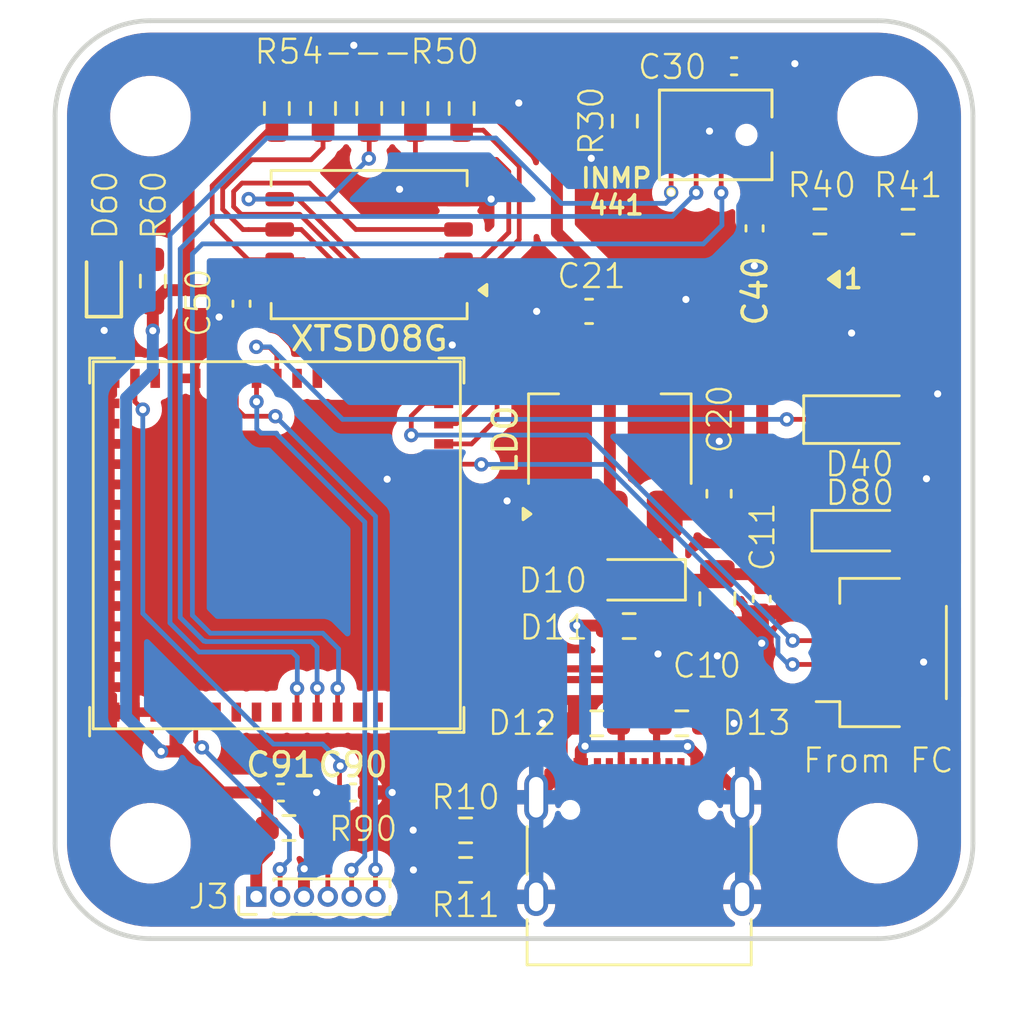
<source format=kicad_pcb>
(kicad_pcb (version 20241229) (generator "pcbnew") (generator_version "9.0")
  (layers (0 "F.Cu" signal) (2 "B.Cu" signal) (13 "F.Paste" user) (15 "B.Paste" user) (5 "F.SilkS" user "F.Silkscreen") (7 "B.SilkS" user "B.Silkscreen") (1 "F.Mask" user) (3 "B.Mask" user) (25 "Edge.Cuts" user))
  (net 0 "")
  (net 1 "GND")
  (net 2 "+5V")
  (net 3 "+3V3")
  (net 4 "EN")
  (net 6 "Net-(D6-DIN)")
  (net 7 "VBUS")
  (net 8 "USB_D-")
  (net 9 "USB_D+")
  (net 10 "RGB_CTRL")
  (net 11 "Net-(D40-A)")
  (net 12 "Net-(D60-Pad2)")
  (net 13 "Net-(D80-A)")
  (net 15 "Net-(J1-CC1)")
  (net 16 "Net-(J1-CC2)")
  (net 18 "ENABLE")
  (net 19 "RECORD")
  (net 20 "U0RXD")
  (net 21 "U0TXD")
  (net 22 "GPIO0{slash}BOOT")
  (net 23 "I2S_SD")
  (net 24 "SDIO_DATA_2")
  (net 25 "SDIO_DATA_3")
  (net 26 "SDIO_CMD")
  (net 27 "SDIO_DATA_0")
  (net 28 "SDIO_DATA_1")
  (net 41 "I2S_WS")
  (net 42 "SDIO_CLK")
  (net 45 "I2S_SCK")
  (footprint "Resistor_SMD:R_0603_1608Metric_Pad0.98x0.95mm_HandSolder" (layer "F.Cu") (at 172.31 84.86)
    (property "Reference" "R90")
    (property "Value" "10 kΩ")
  )
  (footprint "Resistor_SMD:R_0603_1608Metric_Pad0.98x0.95mm_HandSolder" (layer "F.Cu") (at 185.22 80.47)
    (property "Reference" "D12")
    (property "Value" "~")
  )
  (footprint "MountingHole:MountingHole_3.2mm_M3" (layer "F.Cu") (at 166.5 55)
    (property "Reference" "H1" (hide yes))
    (property "Value" "MountingHole")
  )
  (footprint "Capacitor_SMD:C_0402_1005Metric_Pad0.74x0.62mm_HandSolder" (layer "F.Cu") (at 191.84 59.71 -90)
    (property "Reference" "C40")
    (property "Value" "100nF/10V/X7R")
  )
  (footprint "Resistor_SMD:R_0603_1608Metric_Pad0.98x0.95mm_HandSolder" (layer "F.Cu") (at 194.58 59.42 180)
    (property "Reference" "R40")
    (property "Value" "4.7kΩ")
  )
  (footprint "Resistor_SMD:R_0603_1608Metric_Pad0.98x0.95mm_HandSolder" (layer "F.Cu") (at 179.5525 54.68 -90)
    (property "Reference" "R50")
    (property "Value" "10kΩ")
  )
  (footprint "Resistor_SMD:R_0603_1608Metric_Pad0.98x0.95mm_HandSolder" (layer "F.Cu") (at 186.58 76.39 180)
    (property "Reference" "D11")
    (property "Value" "~")
  )
  (footprint "Capacitor_SMD:C_0603_1608Metric_Pad1.08x0.95mm_HandSolder" (layer "F.Cu") (at 184.9 63.19 180)
    (property "Reference" "C21")
    (property "Value" "10uF/16V/X7R")
  )
  (footprint "Capacitor_SMD:C_0402_1005Metric_Pad0.74x0.62mm_HandSolder" (layer "F.Cu") (at 171.97 83.37)
    (property "Reference" "C91")
    (property "Value" "100nF/10V/X7R")
  )
  (footprint "Resistor_SMD:R_0603_1608Metric_Pad0.98x0.95mm_HandSolder" (layer "F.Cu") (at 177.615 54.68 -90)
    (property "Reference" "R51" (hide yes))
    (property "Value" "~")
  )
  (footprint "Connector_JST:JST_SH_SM04B-SRSS-TB_1x04-1MP_P1.00mm_Horizontal" (layer "F.Cu") (at 197.2 77.5 90)
    (property "Reference" "J2" (hide yes))
    (property "Value" "Conn_01x04")
  )
  (footprint "PCM_JLCPCB:LED_WS2812B_PLCC4_5.0x5.0mm_P3.2mm" (layer "F.Cu") (at 196.5 63.5)
    (property "Reference" "D6" (hide yes))
    (property "Value" "WS2812B")
  )
  (footprint "MountingHole:MountingHole_3.2mm_M3" (layer "F.Cu") (at 197 85.5)
    (property "Reference" "From FC")
    (property "Value" "MountingHole")
  )
  (footprint "Resistor_SMD:R_0603_1608Metric_Pad0.98x0.95mm_HandSolder" (layer "F.Cu") (at 166.6 61.9225 -90)
    (property "Reference" "R60")
    (property "Value" "1kΩ")
  )
  (footprint "Connector_PinHeader_1.00mm:PinHeader_1x06_P1.00mm_Vertical" (layer "F.Cu") (at 170.94 87.74 90)
    (property "Reference" "J3")
    (property "Value" "Conn_01x06")
  )
  (footprint "Package_LGA:LGA-8_8x6mm_P1.27mm" (layer "F.Cu") (at 175.6725 60.39 180)
    (property "Reference" "XTSD08G")
    (property "Value" "XTSD08G")
  )
  (footprint "MountingHole:MountingHole_3.2mm_M3" (layer "F.Cu") (at 166.5 85.5)
    (property "Reference" "H1" (hide yes))
    (property "Value" "MountingHole")
  )
  (footprint "PCM_JLCPCB:D_0603" (layer "F.Cu") (at 164.55 61.9225 90)
    (property "Reference" "D60" (hide yes))
    (property "Value" "Red")
  )
  (footprint "Capacitor_SMD:C_0805_2012Metric_Pad1.18x1.45mm_HandSolder" (layer "F.Cu") (at 190.28 75.25 -90)
    (property "Reference" "C10")
    (property "Value" "10uF/16V/X7R")
  )
  (footprint "PCM_Espressif:ESP32-S3-MINI-1U" (layer "F.Cu") (at 171.8 73 90)
    (property "Reference" "U1" (hide yes))
    (property "Value" "ESP32-S3-MINI-1U")
  )
  (footprint "Capacitor_SMD:C_0603_1608Metric_Pad1.08x0.95mm_HandSolder" (layer "F.Cu") (at 190.35 70.84 90)
    (property "Reference" "C20")
    (property "Value" "1uF/16V/X7R")
  )
  (footprint "Resistor_SMD:R_0603_1608Metric_Pad0.98x0.95mm_HandSolder" (layer "F.Cu") (at 188.79 80.47 180)
    (property "Reference" "D13")
    (property "Value" "~")
  )
  (footprint "Capacitor_SMD:C_0402_1005Metric_Pad0.74x0.62mm_HandSolder" (layer "F.Cu") (at 192.14 75.25 -90)
    (property "Reference" "C11")
    (property "Value" "100nF/16V/X7R")
  )
  (footprint "Resistor_SMD:R_0603_1608Metric_Pad0.98x0.95mm_HandSolder" (layer "F.Cu") (at 179.72 84.96)
    (property "Reference" "R10")
    (property "Value" "5.1kΩ")
  )
  (footprint "Diode_SMD:D_SOD-123" (layer "F.Cu") (at 196.26 67.73)
    (property "Reference" "D40")
    (property "Value" "1N4148W")
  )
  (footprint "Resistor_SMD:R_0603_1608Metric_Pad0.98x0.95mm_HandSolder" (layer "F.Cu") (at 173.74 54.68 -90)
    (property "Reference" "R53" (hide yes))
    (property "Value" "~")
  )
  (footprint "Diode_SMD:D_SOD-323_HandSoldering" (layer "F.Cu") (at 196.26 72.39)
    (property "Reference" "D80")
    (property "Value" "B5819")
  )
  (footprint "FPVSoundLogger_HW:MIC_INMP441ACEZ-R7" (layer "F.Cu") (at 190.21 55.7875 180)
    (property "Reference" "INMP")
    (property "Value" "INMP441/IVENSENSE-I2S")
  )
  (footprint "Package_TO_SOT_SMD:SOT-223-3_TabPin2" (layer "F.Cu") (at 185.77 68.56 90)
    (property "Reference" "LDO")
    (property "Value" "AMS1117-3.3")
  )
  (footprint "Capacitor_SMD:C_0402_1005Metric_Pad0.74x0.62mm_HandSolder" (layer "F.Cu") (at 190.98 52.91)
    (property "Reference" "C30")
    (property "Value" "100nF/10V/X7R")
  )
  (footprint "Capacitor_SMD:C_0402_1005Metric_Pad0.74x0.62mm_HandSolder" (layer "F.Cu") (at 175 83.37)
    (property "Reference" "C90")
    (property "Value" "100nF/10V/X7R")
  )
  (footprint "Resistor_SMD:R_0603_1608Metric_Pad0.98x0.95mm_HandSolder" (layer "F.Cu") (at 171.8025 54.68 -90)
    (property "Reference" "R54")
    (property "Value" "~")
  )
  (footprint "Resistor_SMD:R_0603_1608Metric_Pad0.98x0.95mm_HandSolder" (layer "F.Cu") (at 179.72 86.62)
    (property "Reference" "R11")
    (property "Value" "5.1kΩ")
  )
  (footprint "Capacitor_SMD:C_0402_1005Metric_Pad0.74x0.62mm_HandSolder" (layer "F.Cu") (at 170.32 62.87 -90)
    (property "Reference" "C50")
    (property "Value" "100nF/10V/X7R")
  )
  (footprint "Connector_USB:USB_C_Receptacle_HRO_TYPE-C-31-M-12" (layer "F.Cu") (at 187 86.7)
    (property "Reference" "J1" (hide yes))
    (property "Value" "USB_C_Receptacle_USB2.0_16P")
  )
  (footprint "Resistor_SMD:R_0603_1608Metric_Pad0.98x0.95mm_HandSolder" (layer "F.Cu") (at 198.28 59.43)
    (property "Reference" "R41")
    (property "Value" "0R")
  )
  (footprint "Resistor_SMD:R_0603_1608Metric_Pad0.98x0.95mm_HandSolder" (layer "F.Cu") (at 186.4 55.21 90)
    (property "Reference" "R30")
    (property "Value" "100kΩ")
  )
  (footprint "Diode_SMD:D_SOD-323_HandSoldering" (layer "F.Cu") (at 186.93 74.45 180)
    (property "Reference" "D10")
    (property "Value" "B5819")
  )
  (footprint "MountingHole:MountingHole_3.2mm_M3" (layer "F.Cu") (at 197 55)
    (property "Reference" "H1" (hide yes))
    (property "Value" "MountingHole")
  )
  (footprint "Resistor_SMD:R_0603_1608Metric_Pad0.98x0.95mm_HandSolder" (layer "F.Cu") (at 175.6775 54.68 -90)
    (property "Reference" "R52" (hide yes))
    (property "Value" "~")
  )
  (gr_line (start 162.5 85.5) (end 162.5 55) (stroke (width 0.2)) (layer "Edge.Cuts"))
  (gr_line (start 201 55) (end 201 85.5) (stroke (width 0.2)) (layer "Edge.Cuts"))
  (gr_arc (start 201 85.5) (mid 199.828427 88.328427) (end 197 89.5) (stroke (width 0.2)) (layer "Edge.Cuts"))
  (gr_line (start 166.5 51) (end 197 51) (stroke (width 0.2)) (layer "Edge.Cuts"))
  (gr_line (start 197 89.5) (end 166.5 89.5) (stroke (width 0.2)) (layer "Edge.Cuts"))
  (gr_arc (start 162.5 55) (mid 163.671573 52.171573) (end 166.5 51) (stroke (width 0.2)) (layer "Edge.Cuts"))
  (gr_arc (start 166.5 89.5) (mid 163.671573 88.328427) (end 162.5 85.5) (stroke (width 0.2)) (layer "Edge.Cuts"))
  (gr_arc (start 197 51) (mid 199.828427 52.171573) (end 201 55) (stroke (width 0.2)) (layer "Edge.Cuts"))
  (gr_text "D60" (at 164.6 58.7325 90) (layer "F.SilkS") (effects (font (size 1 1) (thickness 0.1))))
  (gr_text "---" (at 175.63 52.3 0) (layer "F.SilkS") (effects (font (size 1 1) (thickness 0.1))))
  (gr_text "441" (at 186.04 58.74 0) (layer "F.SilkS") (effects (font (size 0.8 0.8))))
  (segment (start 195.0175 75.8175) (end 195.2 76) (width 0.5) (layer "F.Cu") (net 1))
  (segment (start 187.4925 77.2625) (end 187.79 77.56) (width 0.5) (layer "F.Cu") (net 1))
  (segment (start 192.82 56.47) (end 192.1725 57.1175) (width 0.5) (layer "F.Cu") (net 1))
  (segment (start 191.4975 54.45) (end 192.23 54.45) (width 0.5) (layer "F.Cu") (net 1))
  (segment (start 190.28 76.2875) (end 190.28 77.64) (width 0.5) (layer "F.Cu") (net 1))
  (segment (start 175.5675 83.37) (end 176.64 83.37) (width 0.5) (layer "F.Cu") (net 1))
  (segment (start 190.405 82.655) (end 191.32 83.57) (width 0.5) (layer "F.Cu") (net 1))
  (segment (start 190.1775 76.39) (end 190.28 76.2875) (width 0.5) (layer "F.Cu") (net 1))
  (segment (start 183.75 81.0275) (end 184.3075 80.47) (width 0.5) (layer "F.Cu") (net 1))
  (segment (start 178.8075 84.96) (end 177.53 84.96) (width 0.5) (layer "F.Cu") (net 1))
  (segment (start 172.94 87.74) (end 172.94 86.58) (width 0.5) (layer "F.Cu") (net 1))
  (segment (start 180.785 58.485) (end 180.79 58.48) (width 0.5) (layer "F.Cu") (net 1))
  (segment (start 179.4225 58.485) (end 180.785 58.485) (width 0.5) (layer "F.Cu") (net 1))
  (segment (start 187.4925 76.39) (end 187.4925 77.2625) (width 0.5) (layer "F.Cu") (net 1))
  (segment (start 183.595 82.655) (end 182.68 83.57) (width 0.5) (layer "F.Cu") (net 1))
  (segment (start 191.84 61.27) (end 191.83 61.28) (width 0.5) (layer "F.Cu") (net 1))
  (segment (start 191.49 54.4575) (end 191.4975 54.45) (width 0.5) (layer "F.Cu") (net 1))
  (segment (start 190.35 69.9775) (end 190.35 68.65) (width 0.5) (layer "F.Cu") (net 1))
  (segment (start 182.03 71.71) (end 181.46 71.14) (width 0.5) (layer "F.Cu") (net 1))
  (segment (start 172.94 86.58) (end 172.95 86.57) (width 0.5) (layer "F.Cu") (net 1))
  (segment (start 192.82 55.78) (end 192.216 55.78) (width 0.5) (layer "F.Cu") (net 1))
  (segment (start 192.1725 57.1175) (end 191.49 57.1175) (width 0.5) (layer "F.Cu") (net 1))
  (segment (start 177.53 84.96) (end 177.52 84.95) (width 0.5) (layer "F.Cu") (net 1))
  (segment (start 191.67 76.2875) (end 192.14 75.8175) (width 0.5) (layer "F.Cu") (net 1))
  (segment (start 188.34 54.4575) (end 186.56 54.4575) (width 0.5) (layer "F.Cu") (net 1))
  (segment (start 172.5375 83.37) (end 173.47 83.37) (width 0.5) (layer "F.Cu") (net 1))
  (segment (start 192.82 55.04) (end 192.82 55.78) (width 0.5) (layer "F.Cu") (net 1))
  (segment (start 190.25 81.0175) (end 189.7025 80.47) (width 0.5) (layer "F.Cu") (net 1))
  (segment (start 199.52 65.72) (end 199.52 66.65) (width 0.5) (layer "F.Cu") (net 1))
  (segment (start 190.25 82.655) (end 190.25 81.0175) (width 0.5) (layer "F.Cu") (net 1))
  (segment (start 192.14 75.8175) (end 192.14 77.11) (width 0.5) (layer "F.Cu") (net 1))
  (segment (start 184.3075 80.47) (end 182.95 80.47) (width 0.5) (layer "F.Cu") (net 1))
  (segment (start 169.3875 63.4375) (end 169.38 63.43) (width 0.5) (layer "F.Cu") (net 1))
  (segment (start 192.216 55.78) (end 192.216 55.7875) (width 0.5) (layer "F.Cu") (net 1))
  (segment (start 183.75 82.655) (end 183.75 81.0275) (width 0.5) (layer "F.Cu") (net 1))
  (segment (start 192.23 54.45) (end 192.82 55.04) (width 0.5) (layer "F.Cu") (net 1))
  (segment (start 170.32 63.4375) (end 169.3875 63.4375) (width 0.5) (layer "F.Cu") (net 1))
  (segment (start 183.47 71.71) (end 182.03 71.71) (width 0.5) (layer "F.Cu") (net 1))
  (segment (start 191.32 83.57) (end 191.32 87.75) (width 0.5) (layer "F.Cu") (net 1))
  (segment (start 198.95 65.15) (end 199.52 65.72) (width 0.5) (layer "F.Cu") (net 1))
  (segment (start 187.4925 76.39) (end 190.1775 76.39) (width 0.5) (layer "F.Cu") (net 1))
  (segment (start 190.25 82.655) (end 190.405 82.655) (width 0.5) (layer "F.Cu") (net 1))
  (segment (start 191.49 54.4575) (end 191.49 52.9675) (width 0.5) (layer "F.Cu") (net 1))
  (segment (start 183.75 82.655) (end 183.595 82.655) (width 0.5) (layer "F.Cu") (net 1))
  (segment (start 190.35 68.65) (end 190.36 68.64) (width 0.5) (layer "F.Cu") (net 1))
  (segment (start 186.56 54.4575) (end 186.4 54.2975) (width 0.5) (layer "F.Cu") (net 1))
  (segment (start 189.7025 80.47) (end 190.98 80.47) (width 0.5) (layer "F.Cu") (net 1))
  (segment (start 192.82 55.78) (end 192.82 56.47) (width 0.5) (layer "F.Cu") (net 1))
  (segment (start 178.8075 86.62) (end 177.53 86.62) (width 0.5) (layer "F.Cu") (net 1))
  (segment (start 191.84 60.2775) (end 191.84 61.27) (width 0.5) (layer "F.Cu") (net 1))
  (segment (start 184.0375 63.19) (end 182.7 63.19) (width 0.5) (layer "F.Cu") (net 1))
  (segment (start 192.14 75.8175) (end 195.0175 75.8175) (width 0.5) (layer "F.Cu") (net 1))
  (segment (start 164.55 62.7125) (end 164.55 63.98) (width 0.5) (layer "F.Cu") (net 1))
  (segment (start 191.49 52.9675) (end 191.5475 52.91) (width 0.5) (layer "F.Cu") (net 1))
  (segment (start 190.28 76.2875) (end 191.67 76.2875) (width 0.5) (layer "F.Cu") (net 1))
  (segment (start 164.55 63.98) (end 164.56 63.99) (width 0.5) (layer "F.Cu") (net 1))
  (via (at 182.95 80.47) (size 0.6) (drill 0.3) (layers "F.Cu" "B.Cu") (net 1))
  (via (at 195.91 64.1) (size 0.6) (drill 0.3) (layers "F.Cu" "B.Cu") (net 1))
  (via (at 175.03 52.03) (size 0.6) (drill 0.3) (layers "F.Cu" "B.Cu") (net 1))
  (via (at 179.16 64.6) (size 0.6) (drill 0.3) (layers "F.Cu" "B.Cu") (net 1))
  (via (at 192.14 77.11) (size 0.6) (drill 0.3) (layers "F.Cu" "B.Cu") (net 1))
  (via (at 190.28 77.64) (size 0.6) (drill 0.3) (layers "F.Cu" "B.Cu") (net 1))
  (via (at 190.98 80.47) (size 0.6) (drill 0.3) (layers "F.Cu" "B.Cu") (net 1))
  (via (at 189.95 55.63) (size 0.6) (drill 0.3) (layers "F.Cu" "B.Cu") (net 1))
  (via (at 177.53 86.62) (size 0.6) (drill 0.3) (layers "F.Cu" "B.Cu") (net 1))
  (via (at 180.79 58.48) (size 0.6) (drill 0.3) (layers "F.Cu" "B.Cu") (net 1))
  (via (at 191.83 61.28) (size 0.6) (drill 0.3) (layers "F.Cu" "B.Cu") (net 1))
  (via (at 164.56 63.99) (size 0.6) (drill 0.3) (layers "F.Cu" "B.Cu") (net 1))
  (via (at 193.53 52.8) (size 0.6) (drill 0.3) (layers "F.Cu" "B.Cu") (net 1))
  (via (at 173.47 83.37) (size 0.6) (drill 0.3) (layers "F.Cu" "B.Cu") (net 1))
  (via (at 198.93 77.9) (size 0.6) (drill 0.3) (layers "F.Cu" "B.Cu") (net 1))
  (via (at 182.7 63.19) (size 0.6) (drill 0.3) (layers "F.Cu" "B.Cu") (net 1))
  (via (at 172.95 86.57) (size 0.6) (drill 0.3) (layers "F.Cu" "B.Cu") (net 1))
  (via (at 187.79 77.56) (size 0.6) (drill 0.3) (layers "F.Cu" "B.Cu") (net 1))
  (via (at 199.05 70.21) (size 0.6) (drill 0.3) (layers "F.Cu" "B.Cu") (net 1))
  (via (at 181.95 54.45) (size 0.6) (drill 0.3) (layers "F.Cu" "B.Cu") (net 1))
  (via (at 181.46 71.14) (size 0.6) (drill 0.3) (layers "F.Cu" "B.Cu") (net 1))
  (via (at 177.52 84.95) (size 0.6) (drill 0.3) (layers "F.Cu" "B.Cu") (net 1))
  (via (at 176.43 70.23) (size 0.6) (drill 0.3) (layers "F.Cu" "B.Cu") (net 1))
  (via (at 176.95 58.07) (size 0.6) (drill 0.3) (layers "F.Cu" "B.Cu") (net 1))
  (via (at 188.96 62.69) (size 0.6) (drill 0.3) (layers "F.Cu" "B.Cu") (net 1))
  (via (at 176.64 83.37) (size 0.6) (drill 0.3) (layers "F.Cu" "B.Cu") (net 1))
  (via (at 169.38 63.43) (size 0.6) (drill 0.3) (layers "F.Cu" "B.Cu") (net 1))
  (via (at 190.36 68.64) (size 0.6) (drill 0.3) (layers "F.Cu" "B.Cu") (net 1))
  (via (at 184.99 56.77) (size 0.6) (drill 0.3) (layers "F.Cu" "B.Cu") (net 1))
  (via (at 199.52 66.65) (size 0.6) (drill 0.3) (layers "F.Cu" "B.Cu") (net 1))
  (segment (start 193.1725 59.1425) (end 191.84 59.1425) (width 0.6) (layer "F.Cu") (net 2))
  (segment (start 190.0425 74.45) (end 190.28 74.2125) (width 0.2) (layer "F.Cu") (net 2))
  (segment (start 192.16 70.13) (end 192.16 70.4) (width 0.5) (layer "F.Cu") (net 2))
  (segment (start 193.6675 59.42) (end 193.45 59.42) (width 0.6) (layer "F.Cu") (net 2))
  (segment (start 192.16 64.7) (end 192.16 70.13) (width 0.5) (layer "F.Cu") (net 2))
  (segment (start 193.6675 61.4675) (end 194.0375 61.8375) (width 0.2) (layer "F.Cu") (net 2))
  (segment (start 190.28 74.2125) (end 191.67 74.2125) (width 0.5) (layer "F.Cu") (net 2))
  (segment (start 188.18 74.45) (end 190.0425 74.45) (width 0.5) (layer "F.Cu") (net 2))
  (segment (start 190.3425 71.71) (end 190.35 71.7025) (width 0.2) (layer "F.Cu") (net 2))
  (segment (start 188.18 74.45) (end 188.18 71.82) (width 0.5) (layer "F.Cu") (net 2))
  (segment (start 191.67 74.2125) (end 192.14 74.6825) (width 0.5) (layer "F.Cu") (net 2))
  (segment (start 190.8575 71.7025) (end 190.35 71.7025) (width 0.5) (layer "F.Cu") (net 2))
  (segment (start 194.42 72.39) (end 192.16 70.13) (width 0.5) (layer "F.Cu") (net 2))
  (segment (start 188.07 71.71) (end 190.3425 71.71) (width 0.5) (layer "F.Cu") (net 2))
  (segment (start 192.16 70.4) (end 190.8575 71.7025) (width 0.5) (layer "F.Cu") (net 2))
  (segment (start 194.05 62.81) (end 192.16 64.7) (width 0.5) (layer "F.Cu") (net 2))
  (segment (start 195.01 72.39) (end 194.42 72.39) (width 0.5) (layer "F.Cu") (net 2))
  (segment (start 193.45 59.42) (end 193.1725 59.1425) (width 0.6) (layer "F.Cu") (net 2))
  (segment (start 194.0375 61.8375) (end 194.05 61.85) (width 0.2) (layer "F.Cu") (net 2))
  (segment (start 188.18 71.82) (end 188.07 71.71) (width 0.5) (layer "F.Cu") (net 2))
  (segment (start 193.6675 59.42) (end 193.6675 61.4675) (width 0.6) (layer "F.Cu") (net 2))
  (segment (start 194.05 61.85) (end 194.05 62.81) (width 0.5) (layer "F.Cu") (net 2))
  (segment (start 171.3975 84.86) (end 171.3975 83.375) (width 0.5) (layer "F.Cu") (net 3))
  (segment (start 173.74 53.7675) (end 177.615 53.7675) (width 0.5) (layer "F.Cu") (net 3))
  (segment (start 170.32 62.3025) (end 169.3925 62.3025) (width 0.5) (layer "F.Cu") (net 3))
  (segment (start 171.9225 62.295) (end 170.3275 62.295) (width 0.5) (layer "F.Cu") (net 3))
  (segment (start 185.7625 65.4025) (end 185.77 65.41) (width 0.5) (layer "F.Cu") (net 3))
  (segment (start 170.3275 62.295) (end 170.32 62.3025) (width 0.5) (layer "F.Cu") (net 3))
  (segment (start 166.6 62.835) (end 166.6 64) (width 0.5) (layer "F.Cu") (net 3))
  (segment (start 185.7625 63.19) (end 185.7625 65.4025) (width 0.5) (layer "F.Cu") (net 3))
  (segment (start 190.44 52.9375) (end 190.4125 52.91) (width 0.5) (layer "F.Cu") (net 3))
  (segment (start 171.3975 85.8225) (end 170.94 86.28) (width 0.5) (layer "F.Cu") (net 3))
  (segment (start 179.5525 53.7675) (end 180.41 52.91) (width 0.5) (layer "F.Cu") (net 3))
  (segment (start 167.79 81.66) (end 167.78 81.65) (width 0.5) (layer "F.Cu") (net 3))
  (segment (start 169.3925 62.3025) (end 169.39 62.3) (width 0.5) (layer "F.Cu") (net 3))
  (segment (start 183.55 59.88) (end 183.55 52.94) (width 0.5) (layer "F.Cu") (net 3))
  (segment (start 171.3975 84.86) (end 171.3975 85.8225) (width 0.5) (layer "F.Cu") (net 3))
  (segment (start 185.7625 63.19) (end 185.7625 62.0925) (width 0.5) (layer "F.Cu") (net 3))
  (segment (start 185.77 71.71) (end 185.77 65.41) (width 0.5) (layer "F.Cu") (net 3))
  (segment (start 166.6 62.835) (end 167.135 62.3) (width 0.5) (layer "F.Cu") (net 3))
  (segment (start 169.39 62.3) (end 168.1 62.3) (width 0.5) (layer "F.Cu") (net 3))
  (segment (start 173.74 53.7675) (end 179.5525 53.7675) (width 0.5) (layer "F.Cu") (net 3))
  (segment (start 190.44 54.4575) (end 190.44 52.9375) (width 0.5) (layer "F.Cu") (net 3))
  (segment (start 185.7625 62.0925) (end 183.55 59.88) (width 0.5) (layer "F.Cu") (net 3))
  (segment (start 169.5 83.37) (end 171.4025 83.37) (width 0.5) (layer "F.Cu") (net 3))
  (segment (start 167.79 81.66) (end 169.5 83.37) (width 0.5) (layer "F.Cu") (net 3))
  (segment (start 167.55 80) (end 167.55 81.42) (width 0.5) (layer "F.Cu") (net 3))
  (segment (start 171.8025 53.7675) (end 168.1 57.47) (width 0.5) (layer "F.Cu") (net 3))
  (segment (start 183.52 52.91) (end 190.4125 52.91) (width 0.5) (layer "F.Cu") (net 3))
  (segment (start 180.41 52.91) (end 183.52 52.91) (width 0.5) (layer "F.Cu") (net 3))
  (segment (start 173.74 53.7675) (end 175.6775 53.7675) (width 0.5) (layer "F.Cu") (net 3))
  (segment (start 167.55 81.42) (end 167.79 81.66) (width 0.5) (layer "F.Cu") (net 3))
  (segment (start 189.39 54.4575) (end 190.44 54.4575) (width 0.5) (layer "F.Cu") (net 3))
  (segment (start 183.55 52.94) (end 183.52 52.91) (width 0.5) (layer "F.Cu") (net 3))
  (segment (start 167.78 81.65) (end 166.95 81.65) (width 0.5) (layer "F.Cu") (net 3))
  (segment (start 171.3975 83.375) (end 171.4025 83.37) (width 0.5) (layer "F.Cu") (net 3))
  (segment (start 170.94 86.28) (end 170.94 87.74) (width 0.5) (layer "F.Cu") (net 3))
  (segment (start 168.1 62.3) (end 167.135 62.3) (width 0.5) (layer "F.Cu") (net 3))
  (segment (start 171.8025 53.7675) (end 173.74 53.7675) (width 0.5) (layer "F.Cu") (net 3))
  (segment (start 168.1 57.47) (end 168.1 62.3) (width 0.5) (layer "F.Cu") (net 3))
  (via (at 166.95 81.65) (size 0.6) (drill 0.3) (layers "F.Cu" "B.Cu") (net 3))
  (via (at 166.6 64) (size 0.6) (drill 0.3) (layers "F.Cu" "B.Cu") (net 3))
  (segment (start 165.479 66.821) (end 165.479 80.179) (width 0.5) (layer "B.Cu") (net 3))
  (segment (start 166.6 64) (end 166.6 65.7) (width 0.5) (layer "B.Cu") (net 3))
  (segment (start 166.6 65.7) (end 165.479 66.821) (width 0.5) (layer "B.Cu") (net 3))
  (segment (start 165.479 80.179) (end 166.95 81.65) (width 0.5) (layer "B.Cu") (net 3))
  (segment (start 173.2225 84.86) (end 173.2225 85.6025) (width 0.2) (layer "F.Cu") (net 4))
  (segment (start 174.4325 83.37) (end 174.4325 82.2875) (width 0.2) (layer "F.Cu") (net 4))
  (segment (start 165.85 66) (end 165.85 66.98) (width 0.2) (layer "F.Cu") (net 4))
  (segment (start 174.4325 83.37) (end 174.4325 83.65) (width 0.2) (layer "F.Cu") (net 4))
  (segment (start 174.4325 82.2875) (end 174.46 82.26) (width 0.2) (layer "F.Cu") (net 4))
  (segment (start 173.2225 85.6025) (end 173.94 86.32) (width 0.2) (layer "F.Cu") (net 4))
  (segment (start 165.85 66.98) (end 166.18 67.31) (width 0.2) (layer "F.Cu") (net 4))
  (segment (start 173.94 86.32) (end 173.94 87.74) (width 0.2) (layer "F.Cu") (net 4))
  (segment (start 174.4325 83.65) (end 173.2225 84.86) (width 0.2) (layer "F.Cu") (net 4))
  (via (at 166.18 67.31) (size 0.6) (drill 0.3) (layers "F.Cu" "B.Cu") (net 4))
  (via (at 174.46 82.26) (size 0.6) (drill 0.3) (layers "F.Cu" "B.Cu") (net 4))
  (segment (start 166.18 75.86) (end 171.66 81.34) (width 0.2) (layer "B.Cu") (net 4))
  (segment (start 174.46 82.08) (end 174.46 82.26) (width 0.2) (layer "B.Cu") (net 4))
  (segment (start 171.66 81.34) (end 173.72 81.34) (width 0.2) (layer "B.Cu") (net 4))
  (segment (start 173.72 81.34) (end 174.46 82.08) (width 0.2) (layer "B.Cu") (net 4))
  (segment (start 166.18 67.31) (end 166.18 75.86) (width 0.2) (layer "B.Cu") (net 4))
  (segment (start 199.1925 59.43) (end 199.1925 61.6075) (width 0.2) (layer "F.Cu") (net 6))
  (segment (start 199.1925 61.6075) (end 198.95 61.85) (width 0.2) (layer "F.Cu") (net 6))
  (segment (start 189.45 81.86) (end 189.03 81.44) (width 0.5) (layer "F.Cu") (net 7))
  (segment (start 185.6725 76.37) (end 184.38 76.37) (width 0.5) (layer "F.Cu") (net 7))
  (segment (start 189.45 82.655) (end 189.45 81.86) (width 0.2) (layer "F.Cu") (net 7))
  (segment (start 184.55 81.61) (end 184.73 81.43) (width 0.2) (layer "F.Cu") (net 7))
  (segment (start 184.55 82.655) (end 184.55 81.61) (width 0.5) (layer "F.Cu") (net 7))
  (segment (start 185.68 76.3775) (end 185.6675 76.39) (width 0.2) (layer "F.Cu") (net 7))
  (segment (start 185.68 74.45) (end 185.68 76.3775) (width 0.5) (layer "F.Cu") (net 7))
  (segment (start 185.68 76.3775) (end 185.6725 76.37) (width 0.2) (layer "F.Cu") (net 7))
  (via (at 184.38 76.37) (size 0.6) (drill 0.3) (layers "F.Cu" "B.Cu") (net 7))
  (via (at 184.73 81.43) (size 0.6) (drill 0.3) (layers "F.Cu" "B.Cu") (net 7))
  (via (at 189.03 81.44) (size 0.6) (drill 0.3) (layers "F.Cu" "B.Cu") (net 7))
  (segment (start 184.73 81.43) (end 189.02 81.43) (width 0.5) (layer "B.Cu") (net 7))
  (segment (start 184.73 76.72) (end 184.73 81.43) (width 0.5) (layer "B.Cu") (net 7))
  (segment (start 184.38 76.37) (end 184.73 76.72) (width 0.5) (layer "B.Cu") (net 7))
  (segment (start 189.02 81.43) (end 189.03 81.44) (width 0.2) (layer "B.Cu") (net 7))
  (segment (start 180.725 77.223198) (end 182.136802 78.635) (width 0.3) (layer "F.Cu") (net 8))
  (segment (start 187.279999 79.557501) (end 186.25 80.5875) (width 0.3) (layer "F.Cu") (net 8))
  (segment (start 179.600001 72.8) (end 180.091802 72.8) (width 0.3) (layer "F.Cu") (net 8))
  (segment (start 186.456802 78.635) (end 187.279999 79.458197) (width 0.3) (layer "F.Cu") (net 8))
  (segment (start 187.279999 79.458197) (end 187.279999 79.557501) (width 0.3) (layer "F.Cu") (net 8))
  (segment (start 180.091802 72.8) (end 180.725 73.433198) (width 0.3) (layer "F.Cu") (net 8))
  (segment (start 179.400001 73) (end 179.600001 72.8) (width 0.3) (layer "F.Cu") (net 8))
  (segment (start 180.725 73.433198) (end 180.725 77.223198) (width 0.3) (layer "F.Cu") (net 8))
  (segment (start 178.8 73) (end 179.400001 73) (width 0.3) (layer "F.Cu") (net 8))
  (segment (start 182.136802 78.635) (end 186.456802 78.635) (width 0.3) (layer "F.Cu") (net 8))
  (segment (start 186.25 82.655) (end 186.25 80.5875) (width 0.3) (layer "F.Cu") (net 8))
  (segment (start 186.25 80.5875) (end 186.1325 80.47) (width 0.2) (layer "F.Cu") (net 8))
  (segment (start 180.278198 72.35) (end 181.175 73.246802) (width 0.3) (layer "F.Cu") (net 9))
  (segment (start 187.75 82.655) (end 187.735 82.655) (width 0.2) (layer "F.Cu") (net 9))
  (segment (start 178.8 72.15) (end 179.400001 72.15) (width 0.3) (layer "F.Cu") (net 9))
  (segment (start 187.73 80.6175) (end 187.8775 80.47) (width 0.2) (layer "F.Cu") (net 9))
  (segment (start 187.735 82.655) (end 187.73 82.65) (width 0.2) (layer "F.Cu") (net 9))
  (segment (start 187.73 82.65) (end 187.73 80.6175) (width 0.3) (layer "F.Cu") (net 9))
  (segment (start 181.175 73.246802) (end 181.175 77.036802) (width 0.3) (layer "F.Cu") (net 9))
  (segment (start 179.600001 72.35) (end 180.278198 72.35) (width 0.3) (layer "F.Cu") (net 9))
  (segment (start 182.323198 78.185) (end 186.643198 78.185) (width 0.3) (layer "F.Cu") (net 9))
  (segment (start 179.400001 72.15) (end 179.600001 72.35) (width 0.3) (layer "F.Cu") (net 9))
  (segment (start 186.643198 78.185) (end 187.73 79.271802) (width 0.3) (layer "F.Cu") (net 9))
  (segment (start 181.175 77.036802) (end 182.323198 78.185) (width 0.3) (layer "F.Cu") (net 9))
  (segment (start 187.73 79.271802) (end 187.73 80.6175) (width 0.3) (layer "F.Cu") (net 9))
  (segment (start 194.6 67.72) (end 194.61 67.73) (width 0.2) (layer "F.Cu") (net 10))
  (segment (start 170.96 64.7) (end 170.94 64.68) (width 0.2) (layer "F.Cu") (net 10))
  (segment (start 193.19 67.72) (end 194.6 67.72) (width 0.2) (layer "F.Cu") (net 10))
  (segment (start 171.5 64.7) (end 170.96 64.7) (width 0.2) (layer "F.Cu") (net 10))
  (segment (start 171.8 65) (end 171.5 64.7) (width 0.2) (layer "F.Cu") (net 10))
  (segment (start 171.8 66) (end 171.8 65) (width 0.2) (layer "F.Cu") (net 10))
  (via (at 193.19 67.72) (size 0.6) (drill 0.3) (layers "F.Cu" "B.Cu") (net 10))
  (via (at 170.94 64.68) (size 0.6) (drill 0.3) (layers "F.Cu" "B.Cu") (net 10))
  (segment (start 171.52 64.68) (end 174.56 67.72) (width 0.2) (layer "B.Cu") (net 10))
  (segment (start 174.56 67.72) (end 193.19 67.72) (width 0.2) (layer "B.Cu") (net 10))
  (segment (start 170.94 64.68) (end 171.52 64.68) (width 0.2) (layer "B.Cu") (net 10))
  (segment (start 197.3675 59.43) (end 197.3675 67.1875) (width 0.2) (layer "F.Cu") (net 11))
  (segment (start 197.3675 67.1875) (end 197.91 67.73) (width 0.2) (layer "F.Cu") (net 11))
  (segment (start 197.3575 59.42) (end 197.3675 59.43) (width 0.2) (layer "F.Cu") (net 11))
  (segment (start 195.4925 59.42) (end 197.3575 59.42) (width 0.2) (layer "F.Cu") (net 11))
  (segment (start 164.55 61.1325) (end 166.4775 61.1325) (width 0.2) (layer "F.Cu") (net 12))
  (segment (start 166.4775 61.1325) (end 166.6 61.01) (width 0.2) (layer "F.Cu") (net 12))
  (segment (start 196.75 79) (end 197.51 78.24) (width 0.5) (layer "F.Cu") (net 13))
  (segment (start 197.51 78.24) (end 197.51 72.39) (width 0.5) (layer "F.Cu") (net 13))
  (segment (start 195.2 79) (end 196.75 79) (width 0.5) (layer "F.Cu") (net 13))
  (segment (start 181.66 85.51) (end 184.59 85.51) (width 0.2) (layer "F.Cu") (net 15))
  (segment (start 181.11 84.96) (end 181.66 85.51) (width 0.2) (layer "F.Cu") (net 15))
  (segment (start 185.75 84.35) (end 185.75 82.655) (width 0.2) (layer "F.Cu") (net 15))
  (segment (start 184.59 85.51) (end 185.75 84.35) (width 0.2) (layer "F.Cu") (net 15))
  (segment (start 180.6325 84.96) (end 181.11 84.96) (width 0.2) (layer "F.Cu") (net 15))
  (segment (start 182.19 86.07) (end 187.67 86.07) (width 0.2) (layer "F.Cu") (net 16))
  (segment (start 180.6325 86.62) (end 181.64 86.62) (width 0.2) (layer "F.Cu") (net 16))
  (segment (start 187.67 86.07) (end 188.75 84.99) (width 0.2) (layer "F.Cu") (net 16))
  (segment (start 181.64 86.62) (end 182.19 86.07) (width 0.2) (layer "F.Cu") (net 16))
  (segment (start 188.75 84.99) (end 188.75 82.655) (width 0.2) (layer "F.Cu") (net 16))
  (segment (start 178.8 69.6) (end 180.37 69.6) (width 0.2) (layer "F.Cu") (net 18))
  (segment (start 195.2 78) (end 193.43 78) (width 0.2) (layer "F.Cu") (net 18))
  (segment (start 180.37 69.6) (end 180.38 69.61) (width 0.2) (layer "F.Cu") (net 18))
  (via (at 180.38 69.61) (size 0.6) (drill 0.3) (layers "F.Cu" "B.Cu") (net 18))
  (via (at 193.43 78) (size 0.6) (drill 0.3) (layers "F.Cu" "B.Cu") (net 18))
  (segment (start 192.82 77.56) (end 193.26 78) (width 0.2) (layer "B.Cu") (net 18))
  (segment (start 180.38 69.61) (end 185.553612 69.61) (width 0.2) (layer "B.Cu") (net 18))
  (segment (start 193.26 78) (end 193.43 78) (width 0.2) (layer "B.Cu") (net 18))
  (segment (start 192.82 76.876388) (end 192.82 77.56) (width 0.2) (layer "B.Cu") (net 18))
  (segment (start 185.553612 69.61) (end 192.82 76.876388) (width 0.2) (layer "B.Cu") (net 18))
  (segment (start 177.97 67.05) (end 177.44 67.58) (width 0.2) (layer "F.Cu") (net 19))
  (segment (start 177.44 67.58) (end 177.44 68.38) (width 0.2) (layer "F.Cu") (net 19))
  (segment (start 178.8 67.05) (end 177.97 67.05) (width 0.2) (layer "F.Cu") (net 19))
  (segment (start 195.2 77) (end 193.44 77) (width 0.2) (layer "F.Cu") (net 19))
  (via (at 177.44 68.38) (size 0.6) (drill 0.3) (layers "F.Cu" "B.Cu") (net 19))
  (via (at 193.44 77) (size 0.6) (drill 0.3) (layers "F.Cu" "B.Cu") (net 19))
  (segment (start 184.82 68.38) (end 193.44 77) (width 0.2) (layer "B.Cu") (net 19))
  (segment (start 177.44 68.38) (end 184.82 68.38) (width 0.2) (layer "B.Cu") (net 19))
  (segment (start 170.36 67.52) (end 170.43 67.59) (width 0.2) (layer "F.Cu") (net 20))
  (segment (start 170.1 67.26) (end 170.36 67.52) (width 0.2) (layer "F.Cu") (net 20))
  (segment (start 170.43 67.59) (end 171.74 67.59) (width 0.2) (layer "F.Cu") (net 20))
  (segment (start 170.1 66) (end 170.1 67.26) (width 0.2) (layer "F.Cu") (net 20))
  (segment (start 175.94 87.74) (end 175.94 86.6) (width 0.2) (layer "F.Cu") (net 20))
  (via (at 171.74 67.59) (size 0.6) (drill 0.3) (layers "F.Cu" "B.Cu") (net 20))
  (via (at 175.94 86.6) (size 0.6) (drill 0.3) (layers "F.Cu" "B.Cu") (net 20))
  (segment (start 175.94 86.6) (end 175.94 71.79) (width 0.2) (layer "B.Cu") (net 20))
  (segment (start 175.94 71.79) (end 171.74 67.59) (width 0.2) (layer "B.Cu") (net 20))
  (segment (start 174.94 87.74) (end 174.94 86.63) (width 0.2) (layer "F.Cu") (net 21))
  (segment (start 170.95 66) (end 170.95 66.98) (width 0.2) (layer "F.Cu") (net 21))
  (segment (start 174.94 86.63) (end 174.93 86.62) (width 0.2) (layer "F.Cu") (net 21))
  (via (at 170.95 66.98) (size 0.6) (drill 0.3) (layers "F.Cu" "B.Cu") (net 21))
  (via (at 174.93 86.62) (size 0.6) (drill 0.3) (layers "F.Cu" "B.Cu") (net 21))
  (segment (start 171.14 68.3) (end 170.96 68.12) (width 0.2) (layer "B.Cu") (net 21))
  (segment (start 174.93 86.62) (end 175.49 86.06) (width 0.2) (layer "B.Cu") (net 21))
  (segment (start 170.96 68.12) (end 170.96 66.99) (width 0.2) (layer "B.Cu") (net 21))
  (segment (start 175.49 72.03) (end 171.79 68.33) (width 0.2) (layer "B.Cu") (net 21))
  (segment (start 171.79 68.3) (end 171.14 68.3) (width 0.2) (layer "B.Cu") (net 21))
  (segment (start 175.49 86.06) (end 175.49 72.03) (width 0.2) (layer "B.Cu") (net 21))
  (segment (start 170.96 66.99) (end 170.95 66.98) (width 0.2) (layer "B.Cu") (net 21))
  (segment (start 171.79 68.33) (end 171.79 68.3) (width 0.2) (layer "B.Cu") (net 21))
  (segment (start 171.94 86.6) (end 171.93 86.59) (width 0.2) (layer "F.Cu") (net 22))
  (segment (start 168.4 81.22) (end 168.66 81.48) (width 0.2) (layer "F.Cu") (net 22))
  (segment (start 168.4 80) (end 168.4 81.22) (width 0.2) (layer "F.Cu") (net 22))
  (segment (start 171.94 87.74) (end 171.94 86.6) (width 0.2) (layer "F.Cu") (net 22))
  (via (at 168.66 81.48) (size 0.6) (drill 0.3) (layers "F.Cu" "B.Cu") (net 22))
  (via (at 171.93 86.59) (size 0.6) (drill 0.3) (layers "F.Cu" "B.Cu") (net 22))
  (segment (start 172.33 85.15) (end 172.33 86.19) (width 0.2) (layer "B.Cu") (net 22))
  (segment (start 172.33 86.19) (end 171.93 86.59) (width 0.2) (layer "B.Cu") (net 22))
  (segment (start 168.66 81.48) (end 172.33 85.15) (width 0.2) (layer "B.Cu") (net 22))
  (segment (start 189.06 56.11) (end 189.39 56.44) (width 0.2) (layer "F.Cu") (net 23))
  (segment (start 186.4 56.1225) (end 189.0475 56.1225) (width 0.2) (layer "F.Cu") (net 23))
  (segment (start 189.0475 56.1225) (end 189.06 56.11) (width 0.2) (layer "F.Cu") (net 23))
  (segment (start 189.39 56.44) (end 189.39 57.1175) (width 0.2) (layer "F.Cu") (net 23))
  (segment (start 189.39 57.1175) (end 189.39 58.21) (width 0.2) (layer "F.Cu") (net 23))
  (segment (start 173.5 80) (end 173.5 78.99) (width 0.2) (layer "F.Cu") (net 23))
  (via (at 189.39 58.21) (size 0.6) (drill 0.3) (layers "F.Cu" "B.Cu") (net 23))
  (via (at 173.5 78.99) (size 0.6) (drill 0.3) (layers "F.Cu" "B.Cu") (net 23))
  (segment (start 173.49 78.98) (end 173.49 77.28) (width 0.2) (layer "B.Cu") (net 23))
  (segment (start 167.75 76.03) (end 167.75 60.57) (width 0.2) (layer "B.Cu") (net 23))
  (segment (start 168.74 77.02) (end 167.75 76.03) (width 0.2) (layer "B.Cu") (net 23))
  (segment (start 168.8 77.02) (end 168.74 77.02) (width 0.2) (layer "B.Cu") (net 23))
  (segment (start 188.391 59.209) (end 189.39 58.21) (width 0.2) (layer "B.Cu") (net 23))
  (segment (start 173.251 77.041) (end 168.821 77.041) (width 0.2) (layer "B.Cu") (net 23))
  (segment (start 173.5 78.99) (end 173.49 78.98) (width 0.2) (layer "B.Cu") (net 23))
  (segment (start 167.75 60.57) (end 169.111 59.209) (width 0.2) (layer "B.Cu") (net 23))
  (segment (start 173.49 77.28) (end 173.251 77.041) (width 0.2) (layer "B.Cu") (net 23))
  (segment (start 169.111 59.209) (end 188.391 59.209) (width 0.2) (layer "B.Cu") (net 23))
  (segment (start 168.821 77.041) (end 168.8 77.02) (width 0.2) (layer "B.Cu") (net 23))
  (segment (start 181.97 57.11) (end 181.22 56.36) (width 0.2) (layer "F.Cu") (net 24))
  (segment (start 181.22 56.36) (end 181.22 56.35) (width 0.2) (layer "F.Cu") (net 24))
  (segment (start 180.4575 55.5925) (end 179.5525 55.5925) (width 0.2) (layer "F.Cu") (net 24))
  (segment (start 179.845 62.295) (end 181.97 60.17) (width 0.2) (layer "F.Cu") (net 24))
  (segment (start 179.97 68.75) (end 178.8 68.75) (width 0.2) (layer "F.Cu") (net 24))
  (segment (start 180.46 55.59) (end 180.4575 55.5925) (width 0.2) (layer "F.Cu") (net 24))
  (segment (start 179.4225 62.295) (end 179.845 62.295) (width 0.2) (layer "F.Cu") (net 24))
  (segment (start 181.04 67.68) (end 179.97 68.75) (width 0.2) (layer "F.Cu") (net 24))
  (segment (start 181.22 56.35) (end 180.46 55.59) (width 0.2) (layer "F.Cu") (net 24))
  (segment (start 181.97 60.17) (end 181.97 57.11) (width 0.2) (layer "F.Cu") (net 24))
  (segment (start 181.04 64.62) (end 181.04 67.68) (width 0.2) (layer "F.Cu") (net 24))
  (segment (start 179.4225 62.295) (end 179.4225 63.0025) (width 0.2) (layer "F.Cu") (net 24))
  (segment (start 179.4225 63.0025) (end 181.04 64.62) (width 0.2) (layer "F.Cu") (net 24))
  (segment (start 181.53 59.88) (end 180.385 61.025) (width 0.2) (layer "F.Cu") (net 25))
  (segment (start 180.689 64.899) (end 180.689 66.551) (width 0.2) (layer "F.Cu") (net 25))
  (segment (start 177.84 56.82) (end 181.02 56.82) (width 0.2) (layer "F.Cu") (net 25))
  (segment (start 178.18 63) (end 178.57 63.39) (width 0.2) (layer "F.Cu") (net 25))
  (segment (start 181.53 57.33) (end 181.53 59.88) (width 0.2) (layer "F.Cu") (net 25))
  (segment (start 179.4225 61.025) (end 179.025 61.025) (width 0.2) (layer "F.Cu") (net 25))
  (segment (start 177.615 55.5925) (end 177.615 56.595) (width 0.2) (layer "F.Cu") (net 25))
  (segment (start 177.615 56.595) (end 177.84 56.82) (width 0.2) (layer "F.Cu") (net 25))
  (segment (start 179.34 67.9) (end 178.8 67.9) (width 0.2) (layer "F.Cu") (net 25))
  (segment (start 178.665 61.025) (end 178.18 61.51) (width 0.2) (layer "F.Cu") (net 25))
  (segment (start 179.4225 61.025) (end 178.665 61.025) (width 0.2) (layer "F.Cu") (net 25))
  (segment (start 178.57 63.39) (end 179.18 63.39) (width 0.2) (layer "F.Cu") (net 25))
  (segment (start 180.689 66.551) (end 179.34 67.9) (width 0.2) (layer "F.Cu") (net 25))
  (segment (start 178.18 61.51) (end 178.18 63) (width 0.2) (layer "F.Cu") (net 25))
  (segment (start 181.02 56.82) (end 181.53 57.33) (width 0.2) (layer "F.Cu") (net 25))
  (segment (start 180.385 61.025) (end 179.4225 61.025) (width 0.2) (layer "F.Cu") (net 25))
  (segment (start 179.18 63.39) (end 180.689 64.899) (width 0.2) (layer "F.Cu") (net 25))
  (segment (start 179.025 61.025) (end 178.94 60.94) (width 0.2) (layer "F.Cu") (net 25))
  (segment (start 171.9225 58.485) (end 170.625 58.485) (width 0.2) (layer "F.Cu") (net 26))
  (segment (start 175.6775 55.5925) (end 175.6775 56.7625) (width 0.2) (layer "F.Cu") (net 26))
  (segment (start 172.695 58.485) (end 177.75 63.54) (width 0.2) (layer "F.Cu") (net 26))
  (segment (start 170.625 58.485) (end 170.62 58.48) (width 0.2) (layer "F.Cu") (net 26))
  (segment (start 175.6775 56.7625) (end 175.66 56.78) (width 0.2) (layer "F.Cu") (net 26))
  (segment (start 177.75 63.54) (end 177.75 66) (width 0.2) (layer "F.Cu") (net 26))
  (segment (start 171.9225 58.485) (end 172.695 58.485) (width 0.2) (layer "F.Cu") (net 26))
  (via (at 170.62 58.48) (size 0.6) (drill 0.3) (layers "F.Cu" "B.Cu") (net 26))
  (via (at 175.66 56.78) (size 0.6) (drill 0.3) (layers "F.Cu" "B.Cu") (net 26))
  (segment (start 173.96 58.48) (end 170.62 58.48) (width 0.2) (layer "B.Cu") (net 26))
  (segment (start 175.66 56.78) (end 173.96 58.48) (width 0.2) (layer "B.Cu") (net 26))
  (segment (start 176.05 62.98) (end 176.05 66) (width 0.2) (layer "F.Cu") (net 27))
  (segment (start 171.9175 59.76) (end 170.62 59.76) (width 0.2) (layer "F.Cu") (net 27))
  (segment (start 170.3829 59.76) (end 170.62 59.76) (width 0.2) (layer "F.Cu") (net 27))
  (segment (start 173.74 56.33) (end 173.24 56.83) (width 0.2) (layer "F.Cu") (net 27))
  (segment (start 171.9225 59.755) (end 171.9175 59.76) (width 0.2) (layer "F.Cu") (net 27))
  (segment (start 172.825 59.755) (end 176.05 62.98) (width 0.2) (layer "F.Cu") (net 27))
  (segment (start 170.75 56.83) (end 169.53 58.05) (width 0.2) (layer "F.Cu") (net 27))
  (segment (start 171.9225 59.755) (end 172.825 59.755) (width 0.2) (layer "F.Cu") (net 27))
  (segment (start 169.53 58.9071) (end 170.3829 59.76) (width 0.2) (layer "F.Cu") (net 27))
  (segment (start 169.53 58.05) (end 169.53 58.9071) (width 0.2) (layer "F.Cu") (net 27))
  (segment (start 173.74 55.5925) (end 173.74 56.33) (width 0.2) (layer "F.Cu") (net 27))
  (segment (start 173.24 56.83) (end 170.75 56.83) (width 0.2) (layer "F.Cu") (net 27))
  (segment (start 175.2 63.29) (end 175.2 66) (width 0.2) (layer "F.Cu") (net 28))
  (segment (start 171.9225 61.025) (end 172.935 61.025) (width 0.2) (layer "F.Cu") (net 28))
  (segment (start 172.935 61.025) (end 175.2 63.29) (width 0.2) (layer "F.Cu") (net 28))
  (segment (start 170.605 61.025) (end 170.6 61.02) (width 0.2) (layer "F.Cu") (net 28))
  (segment (start 171.9225 61.025) (end 170.605 61.025) (width 0.2) (layer "F.Cu") (net 28))
  (segment (start 171.8025 55.5925) (end 171.4175 55.5925) (width 0.2) (layer "F.Cu") (net 28))
  (segment (start 171.4175 55.5925) (end 169.09 57.92) (width 0.2) (layer "F.Cu") (net 28))
  (segment (start 169.09 59.51) (end 170.6 61.02) (width 0.2) (layer "F.Cu") (net 28))
  (segment (start 169.09 57.92) (end 169.09 59.51) (width 0.2) (layer "F.Cu") (net 28))
  (segment (start 174.35 80) (end 174.35 79) (width 0.2) (layer "F.Cu") (net 41))
  (segment (start 190.44 57.1175) (end 190.44 58.22) (width 0.2) (layer "F.Cu") (net 41))
  (via (at 174.35 79) (size 0.6) (drill 0.3) (layers "F.Cu" "B.Cu") (net 41))
  (via (at 190.44 58.22) (size 0.6) (drill 0.3) (layers "F.Cu" "B.Cu") (net 41))
  (segment (start 168.68 60.36) (end 189.69 60.36) (width 0.2) (layer "B.Cu") (net 41))
  (segment (start 189.69 60.36) (end 190.47 59.58) (width 0.2) (layer "B.Cu") (net 41))
  (segment (start 174.35 79) (end 174.39 78.96) (width 0.2) (layer "B.Cu") (net 41))
  (segment (start 174.39 77.35) (end 173.73 76.69) (width 0.2) (layer "B.Cu") (net 41))
  (segment (start 190.47 59.58) (end 190.47 58.25) (width 0.2) (layer "B.Cu") (net 41))
  (segment (start 174.39 78.96) (end 174.39 77.35) (width 0.2) (layer "B.Cu") (net 41))
  (segment (start 173.73 76.69) (end 169.01 76.69) (width 0.2) (layer "B.Cu") (net 41))
  (segment (start 168.26 75.94) (end 168.26 60.78) (width 0.2) (layer "B.Cu") (net 41))
  (segment (start 168.26 60.78) (end 168.68 60.36) (width 0.2) (layer "B.Cu") (net 41))
  (segment (start 190.47 58.25) (end 190.44 58.22) (width 0.2) (layer "B.Cu") (net 41))
  (segment (start 169.01 76.69) (end 168.26 75.94) (width 0.2) (layer "B.Cu") (net 41))
  (segment (start 172.76 59.12) (end 170.31 59.12) (width 0.2) (layer "F.Cu") (net 42))
  (segment (start 176.9 66) (end 176.9 63.26) (width 0.2) (layer "F.Cu") (net 42))
  (segment (start 169.99 58.16) (end 170.34 57.81) (width 0.2) (layer "F.Cu") (net 42))
  (segment (start 176.9 63.26) (end 172.76 59.12) (width 0.2) (layer "F.Cu") (net 42))
  (segment (start 170.31 59.12) (end 169.99 58.8) (width 0.2) (layer "F.Cu") (net 42))
  (segment (start 170.34 57.81) (end 173.17 57.81) (width 0.2) (layer "F.Cu") (net 42))
  (segment (start 173.17 57.81) (end 175.115 59.755) (width 0.2) (layer "F.Cu") (net 42))
  (segment (start 169.99 58.8) (end 169.99 58.16) (width 0.2) (layer "F.Cu") (net 42))
  (segment (start 175.115 59.755) (end 179.4225 59.755) (width 0.2) (layer "F.Cu") (net 42))
  (segment (start 188.34 57.1175) (end 188.34 58.21) (width 0.2) (layer "F.Cu") (net 45))
  (segment (start 172.65 80) (end 172.65 79) (width 0.2) (layer "F.Cu") (net 45))
  (via (at 188.34 58.21) (size 0.6) (drill 0.3) (layers "F.Cu" "B.Cu") (net 45))
  (via (at 172.65 79) (size 0.6) (drill 0.3) (layers "F.Cu" "B.Cu") (net 45))
  (segment (start 172.65 79) (end 172.66 78.99) (width 0.2) (layer "B.Cu") (net 45))
  (segment (start 180.99 55.92) (end 171.38 55.92) (width 0.2) (layer "B.Cu") (net 45))
  (segment (start 168.54 77.48) (end 171.73 77.48) (width 0.2) (layer "B.Cu") (net 45))
  (segment (start 172.66 77.7) (end 172.44 77.48) (width 0.2) (layer "B.Cu") (net 45))
  (segment (start 188.34 58.21) (end 188.34 58.43) (width 0.2) (layer "B.Cu") (net 45))
  (segment (start 167.32 59.98) (end 167.32 76.26) (width 0.2) (layer "B.Cu") (net 45))
  (segment (start 167.32 76.26) (end 168.54 77.48) (width 0.2) (layer "B.Cu") (net 45))
  (segment (start 183.73 58.66) (end 180.99 55.92) (width 0.2) (layer "B.Cu") (net 45))
  (segment (start 172.44 77.48) (end 171.73 77.48) (width 0.2) (layer "B.Cu") (net 45))
  (segment (start 188.34 58.43) (end 188.11 58.66) (width 0.2) (layer "B.Cu") (net 45))
  (segment (start 171.38 55.92) (end 167.32 59.98) (width 0.2) (layer "B.Cu") (net 45))
  (segment (start 188.11 58.66) (end 183.73 58.66) (width 0.2) (layer "B.Cu") (net 45))
  (segment (start 172.66 78.99) (end 172.66 77.7) (width 0.2) (layer "B.Cu") (net 45))
  (zone (net 1) (net_name "GND") (layers "F.Cu" "B.Cu") (connect_pads (clearance 0.5)) (min_thickness 0.25) (fill yes (thermal_gap 0.3) (thermal_bridge_width 0.6))
    (polygon (pts (xy 160.33 50.13) (xy 203.15 50.13) (xy 202.07 92.27) (xy 161.14 91.8) (xy 160.19 50.2)))
  )
)
</source>
